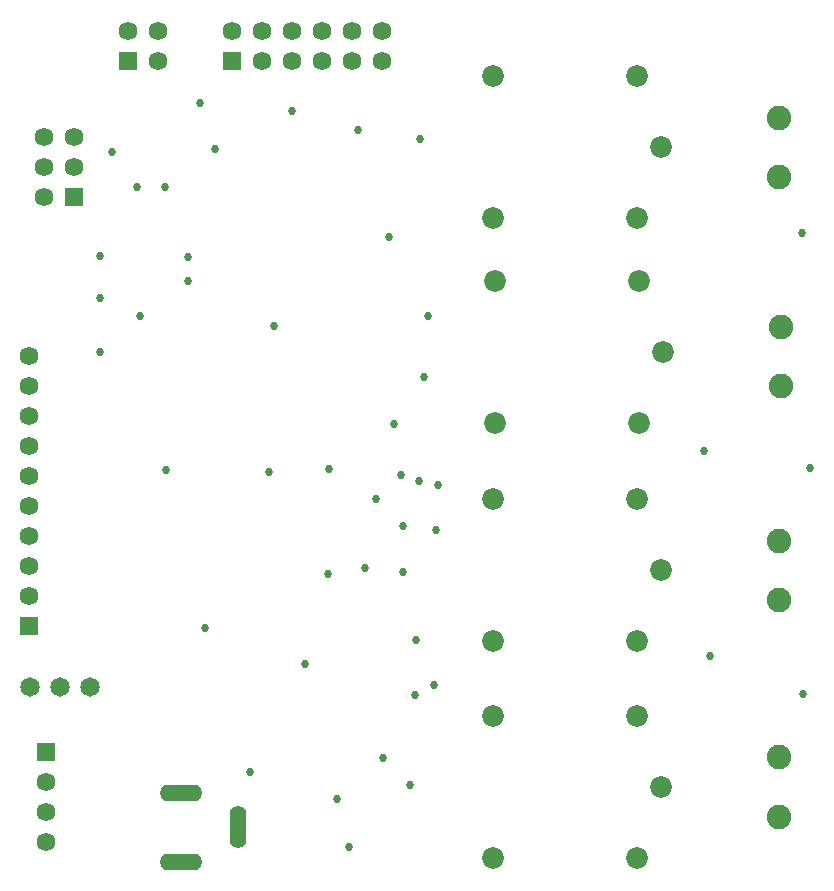
<source format=gbr>
%TF.GenerationSoftware,Altium Limited,Altium Designer,23.9.2 (47)*%
G04 Layer_Color=16711935*
%FSLAX45Y45*%
%MOMM*%
%TF.SameCoordinates,15915765-FD2E-4A0E-A91D-014651F65676*%
%TF.FilePolarity,Negative*%
%TF.FileFunction,Soldermask,Bot*%
%TF.Part,Single*%
G01*
G75*
%TA.AperFunction,ComponentPad*%
%ADD33C,1.65100*%
%ADD72R,1.59000X1.59000*%
%ADD73C,1.59000*%
%ADD74C,2.09000*%
%ADD75C,1.84000*%
%ADD76O,3.59800X1.39800*%
%ADD77O,1.39800X3.59800*%
%ADD78R,1.59000X1.59000*%
%TA.AperFunction,ViaPad*%
%ADD79C,0.69000*%
D33*
X2166620Y5420360D02*
D03*
X1912620D02*
D03*
X1658620D02*
D03*
D72*
X1651000Y5930900D02*
D03*
X1790700Y4864100D02*
D03*
X2032000Y9563100D02*
D03*
D73*
X1651000Y6184900D02*
D03*
Y6692900D02*
D03*
Y6946900D02*
D03*
Y7200900D02*
D03*
Y7454900D02*
D03*
Y7708900D02*
D03*
Y7962900D02*
D03*
Y8216900D02*
D03*
Y6438900D02*
D03*
X1790700Y4610100D02*
D03*
Y4356100D02*
D03*
Y4102100D02*
D03*
X1778000Y9563100D02*
D03*
X2032000Y9817100D02*
D03*
X1778000D02*
D03*
X2032000Y10071100D02*
D03*
X1778000D02*
D03*
X2743200Y10972800D02*
D03*
Y10718800D02*
D03*
X2489200Y10972800D02*
D03*
X4635500D02*
D03*
Y10718800D02*
D03*
X4381500Y10972800D02*
D03*
Y10718800D02*
D03*
X4127500Y10972800D02*
D03*
Y10718800D02*
D03*
X3873500Y10972800D02*
D03*
Y10718800D02*
D03*
X3619500Y10972800D02*
D03*
Y10718800D02*
D03*
X3365500Y10972800D02*
D03*
D74*
X8000000Y4320000D02*
D03*
Y4820000D02*
D03*
Y6154900D02*
D03*
Y6654900D02*
D03*
X8013700Y7966900D02*
D03*
Y8466900D02*
D03*
X8000000Y10235800D02*
D03*
Y9735800D02*
D03*
D75*
X6800000Y7004900D02*
D03*
X5580000Y5804900D02*
D03*
X6800000D02*
D03*
X7000000Y6404900D02*
D03*
X5580000Y7004900D02*
D03*
Y5170000D02*
D03*
X7000000Y4570000D02*
D03*
X6800000Y3970000D02*
D03*
X5580000D02*
D03*
X6800000Y5170000D02*
D03*
X5580000Y10585800D02*
D03*
X7000000Y9985800D02*
D03*
X6800000Y9385800D02*
D03*
X5580000D02*
D03*
X6800000Y10585800D02*
D03*
X5592700Y8852500D02*
D03*
X7012700Y8252500D02*
D03*
X6812700Y7652500D02*
D03*
X5592700D02*
D03*
X6812700Y8852500D02*
D03*
D76*
X2939200Y4519100D02*
D03*
Y3939100D02*
D03*
D77*
X3419200Y4229100D02*
D03*
D78*
X2489200Y10718800D02*
D03*
X3365500D02*
D03*
D79*
X2247900Y8255000D02*
D03*
X2806700Y7251700D02*
D03*
X4813300Y6781800D02*
D03*
X4800600Y7213600D02*
D03*
X4584700Y7010400D02*
D03*
X3517900Y4699000D02*
D03*
X3136900Y5918200D02*
D03*
X4648200Y4813300D02*
D03*
X4914900Y5346700D02*
D03*
X5080000Y5435600D02*
D03*
X4254500Y4470400D02*
D03*
X3721100Y8470900D02*
D03*
X5029200Y8559800D02*
D03*
X4356100Y4064000D02*
D03*
X7366000Y7416800D02*
D03*
X4178300Y6375400D02*
D03*
X4876800Y4584700D02*
D03*
X8191500Y9258300D02*
D03*
X4699000Y9230200D02*
D03*
X4991100Y8039100D02*
D03*
X7416800Y5676900D02*
D03*
X4813300Y6388100D02*
D03*
X4495800Y6426200D02*
D03*
X2997200Y8851900D02*
D03*
X2590800Y8559800D02*
D03*
X2997200Y9055100D02*
D03*
X3878325Y10295000D02*
D03*
X4432300Y10134600D02*
D03*
X2247900Y9067800D02*
D03*
Y8712200D02*
D03*
X3098800Y10363200D02*
D03*
X4960620Y10053320D02*
D03*
X3987800Y5613400D02*
D03*
X3225800Y9969500D02*
D03*
X2800350Y9653270D02*
D03*
X2565400Y9652000D02*
D03*
X2349500Y9944100D02*
D03*
X8262700Y7269400D02*
D03*
X5110480Y7124700D02*
D03*
X4953000Y7162800D02*
D03*
X4737100Y7645400D02*
D03*
X4191800Y7264400D02*
D03*
X3683000Y7239000D02*
D03*
X8200000Y5355200D02*
D03*
X5092700Y6743700D02*
D03*
X4927600Y5816600D02*
D03*
%TF.MD5,3bb5cf299d18fbae4a2f3f8eb07cc2b5*%
M02*

</source>
